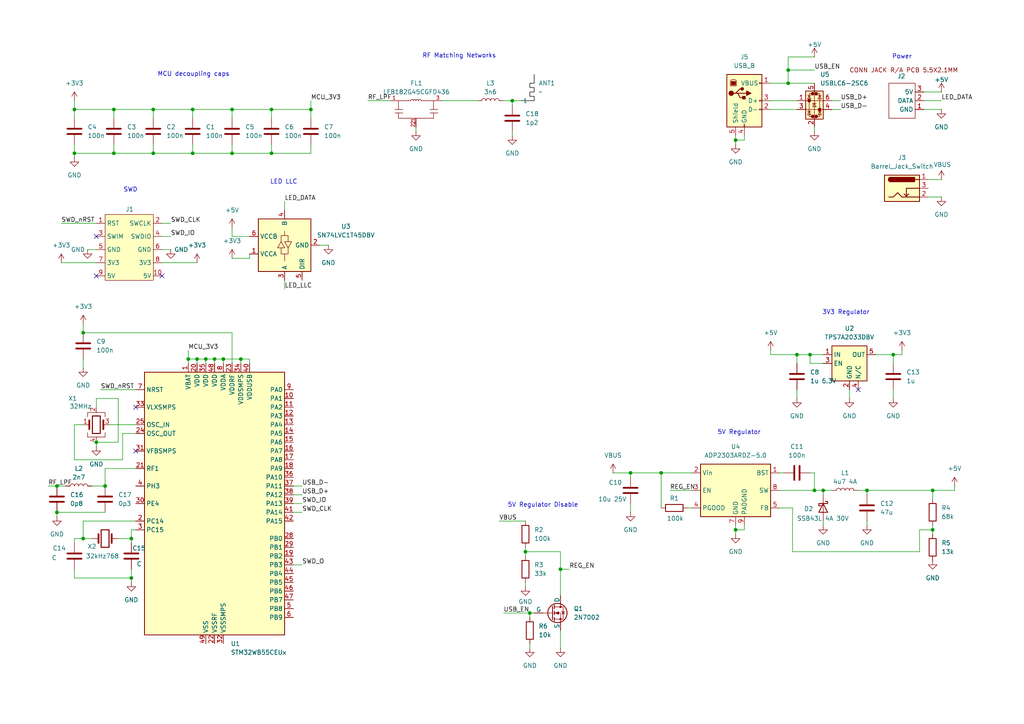
<source format=kicad_sch>
(kicad_sch (version 20250114) (generator "eeschema") (generator_version "9.0")
  (paper "A4")
  (lib_symbols
    (symbol "Connector:Barrel_Jack_Switch" (pin_names (hide yes))
      (property "Reference" "J" (at 0 5.334 0))
      (property "Value" "Barrel_Jack_Switch" (at 0 -5.08 0))
      (symbol "Barrel_Jack_Switch_1_1"
        (pin passive line (at 7.62 2.54 180) (length 2.54) (name "~") (number "1"))
        (pin passive line (at 7.62 0 180) (length 2.54) (name "~") (number "3"))
        (pin passive line (at 7.62 -2.54 180) (length 2.54) (name "~") (number "2"))
      )
    )
    (symbol "Connector:USB_B" (pin_names (offset 1.016))
      (property "Reference" "J" (at -5.08 11.43 0))
      (property "Value" "USB_B" (at -5.08 8.89 0))
      (symbol "USB_B_1_1"
        (pin passive line (at -2.54 -10.16 90) (length 2.54) (name "Shield") (number "5"))
        (pin power_out line (at 0 -10.16 90) (length 2.54) (name "GND") (number "4"))
        (pin power_out line (at 7.62 5.08 180) (length 2.54) (name "VBUS") (number "1"))
        (pin bidirectional line (at 7.62 0 180) (length 2.54) (name "D+") (number "3"))
        (pin bidirectional line (at 7.62 -2.54 180) (length 2.54) (name "D-") (number "2"))
      )
    )
    (symbol "Device:C" (pin_numbers (hide yes)) (pin_names (offset 0.254))
      (property "Reference" "C" (at 0.635 2.54 0))
      (property "Value" "C" (at 0.635 -2.54 0))
      (symbol "C_1_1"
        (pin passive line (at 0 3.81 270) (length 2.794) (name "~") (number "1"))
        (pin passive line (at 0 -3.81 90) (length 2.794) (name "~") (number "2"))
      )
    )
    (symbol "Device:Crystal" (pin_numbers (hide yes)) (pin_names (offset 1.016) (hide yes))
      (property "Reference" "Y" (at 0 3.81 0))
      (property "Value" "Crystal" (at 0 -3.81 0))
      (symbol "Crystal_1_1"
        (pin passive line (at -3.81 0 0) (length 1.27) (name "1") (number "1"))
        (pin passive line (at 3.81 0 180) (length 1.27) (name "2") (number "2"))
      )
    )
    (symbol "Device:Crystal_GND24" (pin_names (offset 1.016) (hide yes))
      (property "Reference" "Y" (at 3.175 5.08 0))
      (property "Value" "Crystal_GND24" (at 3.175 3.175 0))
      (symbol "Crystal_GND24_1_1"
        (pin passive line (at -3.81 0 0) (length 1.27) (name "1") (number "1"))
        (pin passive line (at 0 5.08 270) (length 1.27) (name "2") (number "2"))
        (pin passive line (at 0 -5.08 90) (length 1.27) (name "4") (number "4"))
        (pin passive line (at 3.81 0 180) (length 1.27) (name "3") (number "3"))
      )
    )
    (symbol "Device:D_Schottky" (pin_numbers (hide yes)) (pin_names (offset 1.016) (hide yes))
      (property "Reference" "D" (at 0 2.54 0))
      (property "Value" "D_Schottky" (at 0 -2.54 0))
      (symbol "D_Schottky_1_1"
        (pin passive line (at -3.81 0 0) (length 2.54) (name "K") (number "1"))
        (pin passive line (at 3.81 0 180) (length 2.54) (name "A") (number "2"))
      )
    )
    (symbol "Device:L" (pin_numbers (hide yes)) (pin_names (offset 1.016) (hide yes))
      (property "Reference" "L" (at -1.27 0 90))
      (property "Value" "L" (at 1.905 0 90))
      (symbol "L_1_1"
        (pin passive line (at 0 3.81 270) (length 1.27) (name "1") (number "1"))
        (pin passive line (at 0 -3.81 90) (length 1.27) (name "2") (number "2"))
      )
    )
    (symbol "Device:R" (pin_numbers (hide yes)) (pin_names (offset 0))
      (property "Reference" "R" (at 2.032 0 90))
      (property "Value" "R" (at 0 0 90))
      (symbol "R_1_1"
        (pin passive line (at 0 3.81 270) (length 1.27) (name "~") (number "1"))
        (pin passive line (at 0 -3.81 90) (length 1.27) (name "~") (number "2"))
      )
    )
    (symbol "Logic_LevelTranslator:SN74LVC1T45DBV"
      (property "Reference" "U" (at -6.35 8.89 0))
      (property "Value" "SN74LVC1T45DBV" (at 3.81 8.89 0))
      (symbol "SN74LVC1T45DBV_1_1"
        (pin bidirectional line (at -10.16 0 0) (length 2.54) (name "A") (number "3"))
        (pin input line (at -10.16 -5.08 0) (length 2.54) (name "DIR") (number "5"))
        (pin power_in line (at -2.54 10.16 270) (length 2.54) (name "VCCA") (number "1"))
        (pin power_in line (at 0 -10.16 90) (length 2.54) (name "GND") (number "2"))
        (pin power_in line (at 2.54 10.16 270) (length 2.54) (name "VCCB") (number "6"))
        (pin bidirectional line (at 10.16 0 180) (length 2.54) (name "B") (number "4"))
      )
    )
    (symbol "MCU_ST_STM32WB:STM32WB55CEUx"
      (property "Reference" "U" (at -20.32 39.37 0))
      (property "Value" "STM32WB55CEUx" (at 12.7 39.37 0))
      (symbol "STM32WB55CEUx_1_1"
        (pin input line (at -22.86 33.02 0) (length 2.54) (name "NRST") (number "7"))
        (pin power_in line (at -22.86 27.94 0) (length 2.54) (name "VLXSMPS") (number "33"))
        (pin input line (at -22.86 22.86 0) (length 2.54) (name "OSC_IN") (number "25"))
        (pin input line (at -22.86 20.32 0) (length 2.54) (name "OSC_OUT") (number "24"))
        (pin input line (at -22.86 15.24 0) (length 2.54) (name "VFBSMPS") (number "31"))
        (pin bidirectional line (at -22.86 10.16 0) (length 2.54) (name "RF1") (number "21"))
        (pin bidirectional line (at -22.86 5.08 0) (length 2.54) (name "PH3") (number "4"))
        (pin bidirectional line (at -22.86 0 0) (length 2.54) (name "PE4") (number "30"))
        (pin bidirectional line (at -22.86 -5.08 0) (length 2.54) (name "PC14") (number "2"))
        (pin bidirectional line (at -22.86 -7.62 0) (length 2.54) (name "PC15") (number "3"))
        (pin no_connect line (at -20.32 -35.56 0) (length 2.54) (hide yes) (name "AT1") (number "27"))
        (pin no_connect line (at -20.32 -38.1 0) (length 2.54) (hide yes) (name "AT0") (number "26"))
        (pin power_in line (at -7.62 40.64 270) (length 2.54) (name "VBAT") (number "1"))
        (pin power_in line (at -5.08 40.64 270) (length 2.54) (name "VDD") (number "20"))
        (pin power_in line (at -2.54 40.64 270) (length 2.54) (name "VDD") (number "35"))
        (pin power_in line (at -2.54 -40.64 90) (length 2.54) (name "VSS") (number "49"))
        (pin power_in line (at 0 40.64 270) (length 2.54) (name "VDD") (number "48"))
        (pin power_in line (at 0 -40.64 90) (length 2.54) (name "VSSRF") (number "22"))
        (pin power_in line (at 2.54 40.64 270) (length 2.54) (name "VDDA") (number "8"))
        (pin power_in line (at 2.54 -40.64 90) (length 2.54) (name "VSSSMPS") (number "32"))
        (pin power_in line (at 5.08 40.64 270) (length 2.54) (name "VDDRF") (number "23"))
        (pin power_in line (at 7.62 40.64 270) (length 2.54) (name "VDDSMPS") (number "34"))
        (pin power_in line (at 10.16 40.64 270) (length 2.54) (name "VDDUSB") (number "40"))
        (pin bidirectional line (at 22.86 33.02 180) (length 2.54) (name "PA0") (number "9"))
        (pin bidirectional line (at 22.86 30.48 180) (length 2.54) (name "PA1") (number "10"))
        (pin bidirectional line (at 22.86 27.94 180) (length 2.54) (name "PA2") (number "11"))
        (pin bidirectional line (at 22.86 25.4 180) (length 2.54) (name "PA3") (number "12"))
        (pin bidirectional line (at 22.86 22.86 180) (length 2.54) (name "PA4") (number "13"))
        (pin bidirectional line (at 22.86 20.32 180) (length 2.54) (name "PA5") (number "14"))
        (pin bidirectional line (at 22.86 17.78 180) (length 2.54) (name "PA6") (number "15"))
        (pin bidirectional line (at 22.86 15.24 180) (length 2.54) (name "PA7") (number "16"))
        (pin bidirectional line (at 22.86 12.7 180) (length 2.54) (name "PA8") (number "17"))
        (pin bidirectional line (at 22.86 10.16 180) (length 2.54) (name "PA9") (number "18"))
        (pin bidirectional line (at 22.86 7.62 180) (length 2.54) (name "PA10") (number "36"))
        (pin bidirectional line (at 22.86 5.08 180) (length 2.54) (name "PA11") (number "37"))
        (pin bidirectional line (at 22.86 2.54 180) (length 2.54) (name "PA12") (number "38"))
        (pin bidirectional line (at 22.86 0 180) (length 2.54) (name "PA13") (number "39"))
        (pin bidirectional line (at 22.86 -2.54 180) (length 2.54) (name "PA14") (number "41"))
        (pin bidirectional line (at 22.86 -5.08 180) (length 2.54) (name "PA15") (number "42"))
        (pin bidirectional line (at 22.86 -10.16 180) (length 2.54) (name "PB0") (number "28"))
        (pin bidirectional line (at 22.86 -12.7 180) (length 2.54) (name "PB1") (number "29"))
        (pin bidirectional line (at 22.86 -15.24 180) (length 2.54) (name "PB2") (number "19"))
        (pin bidirectional line (at 22.86 -17.78 180) (length 2.54) (name "PB3") (number "43"))
        (pin bidirectional line (at 22.86 -20.32 180) (length 2.54) (name "PB4") (number "44"))
        (pin bidirectional line (at 22.86 -22.86 180) (length 2.54) (name "PB5") (number "45"))
        (pin bidirectional line (at 22.86 -25.4 180) (length 2.54) (name "PB6") (number "46"))
        (pin bidirectional line (at 22.86 -27.94 180) (length 2.54) (name "PB7") (number "47"))
        (pin bidirectional line (at 22.86 -30.48 180) (length 2.54) (name "PB8") (number "5"))
        (pin bidirectional line (at 22.86 -33.02 180) (length 2.54) (name "PB9") (number "6"))
      )
    )
    (symbol "Power_Protection:USBLC6-2SC6" (pin_names (hide yes))
      (property "Reference" "U" (at 0.635 5.715 0))
      (property "Value" "USBLC6-2SC6" (at 0.635 3.81 0))
      (symbol "USBLC6-2SC6_1_1"
        (pin passive line (at -5.08 0 0) (length 2.54) (name "I/O1") (number "1"))
        (pin passive line (at -5.08 -2.54 0) (length 2.54) (name "I/O2") (number "3"))
        (pin passive line (at 0 5.08 270) (length 2.54) (name "VBUS") (number "5"))
        (pin passive line (at 0 -7.62 90) (length 2.54) (name "GND") (number "2"))
        (pin passive line (at 5.08 0 180) (length 2.54) (name "I/O1") (number "6"))
        (pin passive line (at 5.08 -2.54 180) (length 2.54) (name "I/O2") (number "4"))
      )
    )
    (symbol "Regulator_Linear:TPS7A20xxxDQN"
      (property "Reference" "U2" (at 0 10.16 0))
      (property "Value" "TPS7A2033DQN" (at 0 7.62 0))
      (symbol "TPS7A20xxxDQN_0_1"
        (pin input line (at -7.62 0 0) (length 2.54) (name "EN") (number "3"))
        (pin power_in line (at 0 -7.62 90) (length 2.54) (name "GND") (number "2"))
      )
      (symbol "TPS7A20xxxDQN_1_1"
        (pin power_in line (at -7.62 2.54 0) (length 2.54) (name "IN") (number "1"))
        (pin passive line (at 2.54 -7.62 90) (length 2.54) (name "N/C") (number "4"))
        (pin power_out line (at 7.62 2.54 180) (length 2.54) (name "OUT") (number "5"))
      )
    )
    (symbol "Regulator_Switching:ADP2303ARDZ-5.0"
      (property "Reference" "U" (at -10.16 8.89 0))
      (property "Value" "ADP2303ARDZ-5.0" (at -3.81 8.89 0))
      (symbol "ADP2303ARDZ-5.0_1_1"
        (pin power_in line (at -12.7 5.08 0) (length 2.54) (name "Vin") (number "2"))
        (pin input line (at -12.7 0 0) (length 2.54) (name "EN") (number "3"))
        (pin output line (at -12.7 -5.08 0) (length 2.54) (name "PGOOD") (number "4"))
        (pin no_connect line (at -10.16 2.54 0) (length 2.54) (hide yes) (name "NC") (number "6"))
        (pin power_in line (at 0 -10.16 90) (length 2.54) (name "GND") (number "7"))
        (pin power_in line (at 2.54 -10.16 90) (length 2.54) (name "PADGND") (number "9"))
        (pin input line (at 12.7 5.08 180) (length 2.54) (name "BST") (number "1"))
        (pin power_out line (at 12.7 0 180) (length 2.54) (name "SW") (number "8"))
        (pin input line (at 12.7 -5.08 180) (length 2.54) (name "FB") (number "5"))
      )
    )
    (symbol "Simulation_SPICE:NMOS" (pin_numbers (hide yes)) (pin_names (offset 0))
      (property "Reference" "Q" (at 5.08 1.27 0))
      (property "Value" "NMOS" (at 5.08 -1.27 0))
      (symbol "NMOS_1_1"
        (pin input line (at -5.08 0 0) (length 2.54) (name "G") (number "2"))
        (pin passive line (at 2.54 5.08 270) (length 2.54) (name "D") (number "1"))
        (pin passive line (at 2.54 -5.08 90) (length 2.54) (name "S") (number "3"))
      )
    )
    (symbol "bbbled:ANTENNA"
      (property "Reference" "ANT" (at -1.778 0 0))
      (symbol "ANTENNA_1_0"
        (pin input line (at -2.54 -7.62 0) (length 0.0254) (name "1") (number ""))
      )
    )
    (symbol "bbbled:CONN"
      (property "Reference" "J" (at -3.048 1.016 0))
      (symbol "CONN_0_0"
        (pin passive line (at -10.16 -2.54 0) (length 2.54) (name "RST") (number "1"))
        (pin passive line (at -10.16 -6.35 0) (length 2.54) (name "SWIM") (number "3"))
        (pin passive line (at -10.16 -10.16 0) (length 2.54) (name "GND") (number "5"))
        (pin passive line (at -10.16 -13.97 0) (length 2.54) (name "3V3") (number "7"))
        (pin passive line (at -10.16 -17.78 0) (length 2.54) (name "5V") (number "9"))
        (pin passive line (at 8.89 -2.54 180) (length 2.54) (name "SWCLK") (number "2"))
        (pin passive line (at 8.89 -6.35 180) (length 2.54) (name "SWDIO") (number "4"))
        (pin passive line (at 8.89 -10.16 180) (length 2.54) (name "GND") (number "6"))
        (pin passive line (at 8.89 -13.97 180) (length 2.54) (name "3V3") (number "8"))
        (pin passive line (at 8.89 -17.78 180) (length 2.54) (name "5V") (number "10"))
      )
    )
    (symbol "bbbled:LED_PLUG"
      (property "Reference" "J" (at 3.302 1.27 0))
      (symbol "LED_PLUG_0_0"
        (pin passive line (at -2.54 -2.54 0) (length 2.54) (name "5V") (number "3"))
        (pin passive line (at -2.54 -5.08 0) (length 2.54) (name "DATA") (number "2"))
        (pin passive line (at -2.54 -7.62 0) (length 2.54) (name "GND") (number "1"))
      )
      (symbol "LED_PLUG_1_1"
        (text "CONN JACK R/A PCB 5.5X2.1MM" (at 3.302 3.81 0) (effects (font (size 1.27 1.27))))
      )
    )
    (symbol "bbbled:LFB182G45CGFD436" (pin_names (offset 1.016))
      (property "Reference" "FL" (at -5.08 5.08 0))
      (property "Value" "LFB182G45CGFD436" (at -5.08 -10.16 0))
      (symbol "LFB182G45CGFD436_0_0"
        (pin input line (at -7.62 2.54 0) (length 2.54) (name "~") (number "1"))
        (pin power_in line (at 0 -5.08 90) (length 2.54) (name "~") (number "2"))
        (pin power_in line (at 0 -5.08 90) (length 2.54) (name "~") (number "2_1"))
        (pin output line (at 7.62 2.54 180) (length 2.54) (name "~") (number "3"))
      )
    )
    (symbol "power:+3V3" (power) (pin_numbers (hide yes)) (pin_names (offset 0) (hide yes))
      (property "Value" "+3V3" (at 0 3.556 0))
      (symbol "+3V3_1_1"
        (pin power_in line (at 0 0 90) (length 0) (name "~") (number "1"))
      )
    )
    (symbol "power:+5V" (power) (pin_numbers (hide yes)) (pin_names (offset 0) (hide yes))
      (property "Value" "+5V" (at 0 3.556 0))
      (symbol "+5V_1_1"
        (pin power_in line (at 0 0 90) (length 0) (name "~") (number "1"))
      )
    )
    (symbol "power:GND" (power) (pin_numbers (hide yes)) (pin_names (offset 0) (hide yes))
      (property "Value" "GND" (at 0 -3.81 0))
      (symbol "GND_1_1"
        (pin power_in line (at 0 0 270) (length 0) (name "~") (number "1"))
      )
    )
    (symbol "power:VBUS" (power) (pin_numbers (hide yes)) (pin_names (offset 0) (hide yes))
      (property "Value" "VBUS" (at 0 3.556 0))
      (symbol "VBUS_1_1"
        (pin power_in line (at 0 0 90) (length 0) (name "~") (number "1"))
      )
    )
  )
  (text "Power" (at 261.62 16.51 0) (effects (font (size 1.27 1.27))))
  (text "5V Regulator Disable" (at 157.48 146.558 0) (effects (font (size 1.27 1.27))))
  (text "LED LLC" (at 82.296 52.832 0) (effects (font (size 1.27 1.27))))
  (text "RF Matching Networks	" (at 137.668 16.256 0) (effects (font (size 1.27 1.27))))
  (text "3V3 Regulator" (at 245.364 90.678 0) (effects (font (size 1.27 1.27))))
  (text "SWD" (at 37.846 55.118 0) (effects (font (size 1.27 1.27))))
  (text "5V Regulator" (at 214.376 125.476 0) (effects (font (size 1.27 1.27))))
  (text "MCU decoupling caps" (at 56.134 21.59 0) (effects (font (size 1.27 1.27))))
  (junction (at 78.74 31.75))
  (junction (at 213.36 40.64))
  (junction (at 27.94 128.27))
  (junction (at 213.36 153.67))
  (junction (at 30.48 140.97))
  (junction (at 234.95 102.87))
  (junction (at 191.77 137.16))
  (junction (at 57.15 104.14))
  (junction (at 231.14 102.87))
  (junction (at 148.59 29.21))
  (junction (at 33.02 44.45))
  (junction (at 67.31 44.45))
  (junction (at 16.51 140.97))
  (junction (at 44.45 31.75))
  (junction (at 238.76 142.24))
  (junction (at 21.59 44.45))
  (junction (at 33.02 31.75))
  (junction (at 55.88 31.75))
  (junction (at 21.59 31.75))
  (junction (at 236.22 142.24))
  (junction (at 270.51 142.24))
  (junction (at 182.88 137.16))
  (junction (at 228.6 20.32))
  (junction (at 259.08 102.87))
  (junction (at 54.61 104.14))
  (junction (at 38.1 167.64))
  (junction (at 44.45 44.45))
  (junction (at 228.6 24.13))
  (junction (at 24.13 156.21))
  (junction (at 152.4 160.02))
  (junction (at 55.88 44.45))
  (junction (at 59.69 104.14))
  (junction (at 38.1 156.21))
  (junction (at 162.56 165.1))
  (junction (at 64.77 104.14))
  (junction (at 69.85 104.14))
  (junction (at 16.51 148.59))
  (junction (at 62.23 104.14))
  (junction (at 78.74 44.45))
  (junction (at 270.51 153.67))
  (junction (at 90.17 31.75))
  (junction (at 24.13 96.52))
  (junction (at 67.31 31.75))
  (junction (at 251.46 142.24))
  (junction (at 153.67 177.8))
  (no_connect (at 248.92 113.03))
  (no_connect (at 39.37 118.11))
  (no_connect (at 27.94 80.01))
  (no_connect (at 39.37 130.81))
  (no_connect (at 46.99 80.01))
  (no_connect (at 27.94 68.58))
  (wire (pts (xy 85.09 143.51) (xy 87.63 143.51)))
  (wire (pts (xy 55.88 31.75) (xy 55.88 34.29)))
  (wire (pts (xy 215.9 152.4) (xy 215.9 153.67)))
  (wire (pts (xy 13.97 140.97) (xy 16.51 140.97)))
  (wire (pts (xy 234.95 102.87) (xy 231.14 102.87)))
  (wire (pts (xy 27.94 128.27) (xy 27.94 129.54)))
  (wire (pts (xy 54.61 105.41) (xy 54.61 104.14)))
  (wire (pts (xy 270.51 142.24) (xy 270.51 144.78)))
  (wire (pts (xy 90.17 31.75) (xy 90.17 34.29)))
  (wire (pts (xy 67.31 31.75) (xy 67.31 34.29)))
  (wire (pts (xy 267.97 31.75) (xy 273.05 31.75)))
  (wire (pts (xy 62.23 104.14) (xy 62.23 105.41)))
  (wire (pts (xy 17.78 76.2) (xy 27.94 76.2)))
  (wire (pts (xy 82.55 58.42) (xy 82.55 60.96)))
  (wire (pts (xy 223.52 31.75) (xy 231.14 31.75)))
  (wire (pts (xy 33.02 44.45) (xy 44.45 44.45)))
  (wire (pts (xy 59.69 104.14) (xy 59.69 105.41)))
  (wire (pts (xy 241.3 31.75) (xy 243.84 31.75)))
  (wire (pts (xy 228.6 20.32) (xy 228.6 16.51)))
  (wire (pts (xy 120.65 36.83) (xy 120.65 38.1)))
  (wire (pts (xy 191.77 137.16) (xy 191.77 147.32)))
  (wire (pts (xy 78.74 31.75) (xy 90.17 31.75)))
  (wire (pts (xy 67.31 44.45) (xy 78.74 44.45)))
  (wire (pts (xy 254 102.87) (xy 259.08 102.87)))
  (wire (pts (xy 215.9 40.64) (xy 213.36 40.64)))
  (wire (pts (xy 270.51 142.24) (xy 276.86 142.24)))
  (wire (pts (xy 24.13 156.21) (xy 24.13 151.13)))
  (wire (pts (xy 259.08 113.03) (xy 259.08 115.57)))
  (wire (pts (xy 269.24 57.15) (xy 273.05 57.15)))
  (wire (pts (xy 78.74 31.75) (xy 67.31 31.75)))
  (wire (pts (xy 267.97 26.67) (xy 273.05 26.67)))
  (wire (pts (xy 21.59 44.45) (xy 33.02 44.45)))
  (wire (pts (xy 259.08 102.87) (xy 261.62 102.87)))
  (wire (pts (xy 34.29 115.57) (xy 34.29 128.27)))
  (wire (pts (xy 152.4 160.02) (xy 152.4 161.29)))
  (wire (pts (xy 228.6 24.13) (xy 228.6 20.32)))
  (wire (pts (xy 85.09 148.59) (xy 87.63 148.59)))
  (wire (pts (xy 238.76 142.24) (xy 241.3 142.24)))
  (wire (pts (xy 270.51 152.4) (xy 270.51 153.67)))
  (wire (pts (xy 46.99 68.58) (xy 49.53 68.58)))
  (wire (pts (xy 26.67 140.97) (xy 30.48 140.97)))
  (wire (pts (xy 55.88 44.45) (xy 67.31 44.45)))
  (wire (pts (xy 200.66 147.32) (xy 199.39 147.32)))
  (wire (pts (xy 35.56 133.35) (xy 35.56 125.73)))
  (wire (pts (xy 270.51 153.67) (xy 266.7 153.67)))
  (wire (pts (xy 152.4 168.91) (xy 152.4 170.18)))
  (wire (pts (xy 16.51 148.59) (xy 30.48 148.59)))
  (wire (pts (xy 57.15 104.14) (xy 59.69 104.14)))
  (wire (pts (xy 194.31 142.24) (xy 200.66 142.24)))
  (wire (pts (xy 62.23 104.14) (xy 64.77 104.14)))
  (wire (pts (xy 21.59 167.64) (xy 38.1 167.64)))
  (wire (pts (xy 33.02 41.91) (xy 33.02 44.45)))
  (wire (pts (xy 276.86 140.97) (xy 276.86 142.24)))
  (wire (pts (xy 191.77 137.16) (xy 200.66 137.16)))
  (wire (pts (xy 153.67 186.69) (xy 153.67 187.96)))
  (wire (pts (xy 24.13 96.52) (xy 67.31 96.52)))
  (wire (pts (xy 162.56 160.02) (xy 162.56 165.1)))
  (wire (pts (xy 234.95 105.41) (xy 234.95 102.87)))
  (wire (pts (xy 34.29 156.21) (xy 38.1 156.21)))
  (wire (pts (xy 21.59 133.35) (xy 35.56 133.35)))
  (wire (pts (xy 67.31 105.41) (xy 67.31 96.52)))
  (wire (pts (xy 46.99 64.77) (xy 49.53 64.77)))
  (wire (pts (xy 17.78 64.77) (xy 27.94 64.77)))
  (wire (pts (xy 266.7 153.67) (xy 266.7 160.02)))
  (wire (pts (xy 54.61 104.14) (xy 57.15 104.14)))
  (wire (pts (xy 69.85 104.14) (xy 69.85 105.41)))
  (wire (pts (xy 24.13 123.19) (xy 21.59 123.19)))
  (wire (pts (xy 39.37 153.67) (xy 38.1 153.67)))
  (wire (pts (xy 266.7 160.02) (xy 229.87 160.02)))
  (wire (pts (xy 236.22 137.16) (xy 236.22 142.24)))
  (wire (pts (xy 231.14 102.87) (xy 223.52 102.87)))
  (wire (pts (xy 38.1 153.67) (xy 38.1 156.21)))
  (wire (pts (xy 16.51 140.97) (xy 19.05 140.97)))
  (wire (pts (xy 238.76 142.24) (xy 238.76 143.51)))
  (wire (pts (xy 38.1 167.64) (xy 38.1 168.91)))
  (wire (pts (xy 251.46 142.24) (xy 251.46 143.51)))
  (wire (pts (xy 24.13 151.13) (xy 39.37 151.13)))
  (wire (pts (xy 213.36 153.67) (xy 215.9 153.67)))
  (wire (pts (xy 238.76 151.13) (xy 238.76 152.4)))
  (wire (pts (xy 21.59 123.19) (xy 21.59 133.35)))
  (wire (pts (xy 27.94 118.11) (xy 27.94 115.57)))
  (wire (pts (xy 64.77 104.14) (xy 69.85 104.14)))
  (wire (pts (xy 236.22 142.24) (xy 238.76 142.24)))
  (wire (pts (xy 148.59 30.48) (xy 148.59 29.21)))
  (wire (pts (xy 24.13 156.21) (xy 26.67 156.21)))
  (wire (pts (xy 57.15 104.14) (xy 57.15 105.41)))
  (wire (pts (xy 146.05 29.21) (xy 148.59 29.21)))
  (wire (pts (xy 152.4 160.02) (xy 162.56 160.02)))
  (wire (pts (xy 226.06 137.16) (xy 227.33 137.16)))
  (wire (pts (xy 55.88 44.45) (xy 55.88 41.91)))
  (wire (pts (xy 82.55 81.28) (xy 82.55 83.82)))
  (wire (pts (xy 24.13 104.14) (xy 24.13 106.68)))
  (wire (pts (xy 144.78 151.13) (xy 152.4 151.13)))
  (wire (pts (xy 213.36 39.37) (xy 213.36 40.64)))
  (wire (pts (xy 148.59 38.1) (xy 148.59 39.37)))
  (wire (pts (xy 21.59 29.21) (xy 21.59 31.75)))
  (wire (pts (xy 246.38 113.03) (xy 246.38 115.57)))
  (wire (pts (xy 64.77 104.14) (xy 64.77 105.41)))
  (wire (pts (xy 44.45 31.75) (xy 33.02 31.75)))
  (wire (pts (xy 251.46 142.24) (xy 270.51 142.24)))
  (wire (pts (xy 25.4 72.39) (xy 27.94 72.39)))
  (wire (pts (xy 72.39 73.66) (xy 72.39 74.93)))
  (wire (pts (xy 162.56 165.1) (xy 162.56 172.72)))
  (wire (pts (xy 38.1 156.21) (xy 38.1 157.48)))
  (wire (pts (xy 90.17 44.45) (xy 78.74 44.45)))
  (wire (pts (xy 72.39 105.41) (xy 72.39 104.14)))
  (wire (pts (xy 78.74 44.45) (xy 78.74 41.91)))
  (wire (pts (xy 236.22 36.83) (xy 236.22 38.1)))
  (wire (pts (xy 267.97 29.21) (xy 273.05 29.21)))
  (wire (pts (xy 21.59 156.21) (xy 21.59 157.48)))
  (wire (pts (xy 44.45 44.45) (xy 55.88 44.45)))
  (wire (pts (xy 54.61 101.6) (xy 54.61 104.14)))
  (wire (pts (xy 34.29 128.27) (xy 27.94 128.27)))
  (wire (pts (xy 229.87 147.32) (xy 226.06 147.32)))
  (wire (pts (xy 67.31 74.93) (xy 72.39 74.93)))
  (wire (pts (xy 213.36 152.4) (xy 213.36 153.67)))
  (wire (pts (xy 182.88 137.16) (xy 191.77 137.16)))
  (wire (pts (xy 59.69 104.14) (xy 62.23 104.14)))
  (wire (pts (xy 72.39 68.58) (xy 67.31 68.58)))
  (wire (pts (xy 21.59 156.21) (xy 24.13 156.21)))
  (wire (pts (xy 21.59 44.45) (xy 21.59 45.72)))
  (wire (pts (xy 16.51 148.59) (xy 16.51 149.86)))
  (wire (pts (xy 228.6 24.13) (xy 236.22 24.13)))
  (wire (pts (xy 44.45 31.75) (xy 44.45 34.29)))
  (wire (pts (xy 21.59 165.1) (xy 21.59 167.64)))
  (wire (pts (xy 269.24 52.07) (xy 273.05 52.07)))
  (wire (pts (xy 182.88 146.05) (xy 182.88 148.59)))
  (wire (pts (xy 238.76 102.87) (xy 234.95 102.87)))
  (wire (pts (xy 85.09 140.97) (xy 87.63 140.97)))
  (wire (pts (xy 215.9 39.37) (xy 215.9 40.64)))
  (wire (pts (xy 152.4 158.75) (xy 152.4 160.02)))
  (wire (pts (xy 223.52 102.87) (xy 223.52 101.6)))
  (wire (pts (xy 162.56 165.1) (xy 165.1 165.1)))
  (wire (pts (xy 241.3 29.21) (xy 243.84 29.21)))
  (wire (pts (xy 78.74 31.75) (xy 78.74 34.29)))
  (wire (pts (xy 128.27 29.21) (xy 138.43 29.21)))
  (wire (pts (xy 177.8 137.16) (xy 182.88 137.16)))
  (wire (pts (xy 270.51 153.67) (xy 270.51 154.94)))
  (wire (pts (xy 148.59 29.21) (xy 151.13 29.21)))
  (wire (pts (xy 46.99 76.2) (xy 57.15 76.2)))
  (wire (pts (xy 39.37 135.89) (xy 30.48 135.89)))
  (wire (pts (xy 85.09 163.83) (xy 87.63 163.83)))
  (wire (pts (xy 29.21 113.03) (xy 39.37 113.03)))
  (wire (pts (xy 153.67 177.8) (xy 153.67 179.07)))
  (wire (pts (xy 90.17 41.91) (xy 90.17 44.45)))
  (wire (pts (xy 27.94 115.57) (xy 34.29 115.57)))
  (wire (pts (xy 67.31 44.45) (xy 67.31 41.91)))
  (wire (pts (xy 228.6 20.32) (xy 236.22 20.32)))
  (wire (pts (xy 229.87 160.02) (xy 229.87 147.32)))
  (wire (pts (xy 38.1 167.64) (xy 38.1 165.1)))
  (wire (pts (xy 106.68 29.21) (xy 113.03 29.21)))
  (wire (pts (xy 213.36 40.64) (xy 213.36 41.91)))
  (wire (pts (xy 67.31 31.75) (xy 55.88 31.75)))
  (wire (pts (xy 67.31 68.58) (xy 67.31 66.04)))
  (wire (pts (xy 35.56 125.73) (xy 39.37 125.73)))
  (wire (pts (xy 90.17 29.21) (xy 90.17 31.75)))
  (wire (pts (xy 213.36 153.67) (xy 213.36 154.94)))
  (wire (pts (xy 238.76 105.41) (xy 234.95 105.41)))
  (wire (pts (xy 248.92 142.24) (xy 251.46 142.24)))
  (wire (pts (xy 55.88 31.75) (xy 44.45 31.75)))
  (wire (pts (xy 24.13 93.98) (xy 24.13 96.52)))
  (wire (pts (xy 226.06 142.24) (xy 236.22 142.24)))
  (wire (pts (xy 21.59 31.75) (xy 21.59 34.29)))
  (wire (pts (xy 223.52 29.21) (xy 231.14 29.21)))
  (wire (pts (xy 259.08 102.87) (xy 259.08 105.41)))
  (wire (pts (xy 46.99 72.39) (xy 49.53 72.39)))
  (wire (pts (xy 31.75 123.19) (xy 39.37 123.19)))
  (wire (pts (xy 69.85 104.14) (xy 72.39 104.14)))
  (wire (pts (xy 228.6 16.51) (xy 236.22 16.51)))
  (wire (pts (xy 146.05 177.8) (xy 153.67 177.8)))
  (wire (pts (xy 223.52 24.13) (xy 228.6 24.13)))
  (wire (pts (xy 162.56 182.88) (xy 162.56 187.96)))
  (wire (pts (xy 231.14 102.87) (xy 231.14 105.41)))
  (wire (pts (xy 33.02 31.75) (xy 21.59 31.75)))
  (wire (pts (xy 44.45 44.45) (xy 44.45 41.91)))
  (wire (pts (xy 92.71 71.12) (xy 95.25 71.12)))
  (wire (pts (xy 231.14 113.03) (xy 231.14 115.57)))
  (wire (pts (xy 251.46 151.13) (xy 251.46 152.4)))
  (wire (pts (xy 85.09 146.05) (xy 87.63 146.05)))
  (wire (pts (xy 30.48 135.89) (xy 30.48 140.97)))
  (wire (pts (xy 182.88 137.16) (xy 182.88 138.43)))
  (wire (pts (xy 154.94 177.8) (xy 153.67 177.8)))
  (wire (pts (xy 261.62 102.87) (xy 261.62 101.6)))
  (wire (pts (xy 33.02 31.75) (xy 33.02 34.29)))
  (wire (pts (xy 234.95 137.16) (xy 236.22 137.16)))
  (wire (pts (xy 21.59 41.91) (xy 21.59 44.45)))
  (label "SWD_IO" (at 87.63 146.05 0))
  (label "USB_D-" (at 87.63 140.97 0))
  (label "USB_D+" (at 87.63 143.51 0))
  (label "SWD_CLK" (at 87.63 148.59 0))
  (label "VBUS" (at 144.78 151.13 0))
  (label "MCU_3V3" (at 54.61 101.6 0))
  (label "USB_D-" (at 243.84 31.75 0))
  (label "SWD_nRST" (at 17.78 64.77 0))
  (label "SWD_O" (at 87.63 163.83 0))
  (label "RF_LPF" (at 13.97 140.97 0))
  (label "SWD_nRST" (at 29.21 113.03 0))
  (label "SWD_IO" (at 49.53 68.58 0))
  (label "LED_DATA" (at 273.05 29.21 0))
  (label "REG_EN" (at 194.31 142.24 0))
  (label "LED_LLC" (at 82.55 83.82 0))
  (label "REG_EN" (at 165.1 165.1 0))
  (label "LED_DATA" (at 82.55 58.42 0))
  (label "RF_LPF" (at 106.68 29.21 0))
  (label "SWD_CLK" (at 49.53 64.77 0))
  (label "USB_D+" (at 243.84 29.21 0))
  (label "USB_EN" (at 146.05 177.8 0))
  (label "USB_EN" (at 236.22 20.32 0))
  (label "MCU_3V3" (at 90.17 29.21 0))
  (symbol (lib_id "Device:C") (at 38.1 161.29 0) (unit 1)
    (property "Reference" "C15" (at 38.354 159.004 0) (effects (justify left)))
    (property "Value" "C" (at 39.624 163.576 0) (effects (justify left)))
    (property "Description" "Unpolarized capacitor" (effects (hide yes)))
  )
  (symbol (lib_id "Device:R") (at 195.58 147.32 270) (unit 1)
    (property "Reference" "R1" (at 195.58 144.526 90))
    (property "Value" "100k" (at 195.834 150.368 90))
    (property "Description" "Resistor" (effects (hide yes)))
  )
  (symbol (lib_id "power:GND") (at 148.59 39.37 0) (unit 1)
    (property "Reference" "#PWR028" (effects (hide yes)))
    (property "Value" "GND" (at 148.59 44.45 0))
    (property "Description" "Power symbol creates a global label with name \"GND\" , ground" (effects (hide yes)))
  )
  (symbol (lib_id "Device:C") (at 55.88 38.1 0) (unit 1)
    (property "Reference" "C1" (at 59.69 36.8299 0) (effects (justify left)))
    (property "Value" "100n" (at 59.69 39.3699 0) (effects (justify left)))
    (property "Description" "Unpolarized capacitor" (effects (hide yes)))
  )
  (symbol (lib_id "power:+5V") (at 223.52 101.6 0) (unit 1)
    (property "Reference" "#PWR03" (effects (hide yes)))
    (property "Value" "+5V" (at 223.52 96.52 0))
    (property "Description" "Power symbol creates a global label with name \"+5V\"" (effects (hide yes)))
  )
  (symbol (lib_id "Simulation_SPICE:NMOS") (at 160.02 177.8 0) (unit 1)
    (property "Reference" "Q1" (at 166.37 176.5299 0) (effects (justify left)))
    (property "Value" "2N7002" (at 166.37 179.0699 0) (effects (justify left)))
    (property "Datasheet" "https://ngspice.sourceforge.io/docs/ngspice-html-manual/manual.xhtml#cha_MOSFETs" (effects (hide yes)))
    (property "Description" "N-MOSFET transistor, drain/source/gate" (effects (hide yes)))
    (property "Sim.Device" "NMOS" (effects (hide yes)))
    (property "Sim.Type" "VDMOS" (effects (hide yes)))
    (property "Sim.Pins" "1=D 2=G 3=S" (effects (hide yes)))
  )
  (symbol (lib_id "Power_Protection:USBLC6-2SC6") (at 236.22 29.21 0) (unit 1)
    (property "Reference" "U5" (at 237.8711 21.59 0) (effects (justify left)))
    (property "Value" "USBLC6-2SC6" (at 237.8711 24.13 0) (effects (justify left)))
    (property "Footprint" "Package_TO_SOT_SMD:SOT-23-6" (effects (hide yes)))
    (property "Datasheet" "https://www.st.com/resource/en/datasheet/usblc6-2.pdf" (effects (hide yes)))
    (property "Description" "Very low capacitance ESD protection diode, 2 data-line, SOT-23-6" (effects (hide yes)))
  )
  (symbol (lib_id "power:GND") (at 238.76 152.4 0) (unit 1)
    (property "Reference" "#PWR010" (effects (hide yes)))
    (property "Value" "GND" (at 238.76 157.48 0))
    (property "Description" "Power symbol creates a global label with name \"GND\" , ground" (effects (hide yes)))
  )
  (symbol (lib_id "MCU_ST_STM32WB:STM32WB55CEUx") (at 62.23 146.05 0) (unit 1)
    (property "Reference" "U1" (at 66.9133 186.69 0) (effects (justify left)))
    (property "Value" "STM32WB55CEUx" (at 66.9133 189.23 0) (effects (justify left)))
    (property "Footprint" "Package_DFN_QFN:QFN-48-1EP_7x7mm_P0.5mm_EP5.6x5.6mm" (effects (hide yes)))
    (property "Datasheet" "https://www.st.com/resource/en/datasheet/stm32wb55ce.pdf" (effects (hide yes)))
    (property "Description" "STMicroelectronics Arm Cortex-M4 MCU, 512KB flash, 256KB RAM, 64 MHz, 1.71-3.6V, 30 GPIO, UFQFPN48" (effects (hide yes)))
  )
  (symbol (lib_id "power:+3V3") (at 24.13 93.98 0) (unit 1)
    (property "Reference" "#PWR05" (effects (hide yes)))
    (property "Value" "+3V3" (at 24.13 88.9 0))
    (property "Description" "Power symbol creates a global label with name \"+3V3\"" (effects (hide yes)))
  )
  (symbol (lib_id "power:GND") (at 24.13 106.68 0) (unit 1)
    (property "Reference" "#PWR06" (effects (hide yes)))
    (property "Value" "GND" (at 24.13 111.76 0))
    (property "Description" "Power symbol creates a global label with name \"GND\" , ground" (effects (hide yes)))
  )
  (symbol (lib_id "power:+5V") (at 276.86 140.97 0) (unit 1)
    (property "Reference" "#PWR013" (effects (hide yes)))
    (property "Value" "+5V" (at 276.86 135.89 0))
    (property "Description" "Power symbol creates a global label with name \"+5V\"" (effects (hide yes)))
  )
  (symbol (lib_id "Device:L") (at 22.86 140.97 90) (unit 1)
    (property "Reference" "L2" (at 22.86 135.89 90))
    (property "Value" "2n7" (at 22.86 138.43 90))
    (property "Description" "Inductor" (effects (hide yes)))
  )
  (symbol (lib_id "Device:C") (at 44.45 38.1 0) (unit 1)
    (property "Reference" "C2" (at 48.26 36.8299 0) (effects (justify left)))
    (property "Value" "100n" (at 48.26 39.3699 0) (effects (justify left)))
    (property "Description" "Unpolarized capacitor" (effects (hide yes)))
  )
  (symbol (lib_id "Device:L") (at 245.11 142.24 90) (unit 1)
    (property "Reference" "L1" (at 245.11 137.16 90))
    (property "Value" "4u7 4A" (at 245.11 139.7 90))
    (property "Description" "Inductor" (effects (hide yes)))
  )
  (symbol (lib_id "power:GND") (at 162.56 187.96 0) (unit 1)
    (property "Reference" "#PWR012" (effects (hide yes)))
    (property "Value" "GND" (at 162.56 193.04 0))
    (property "Description" "Power symbol creates a global label with name \"GND\" , ground" (effects (hide yes)))
  )
  (symbol (lib_id "Device:C") (at 78.74 38.1 0) (unit 1)
    (property "Reference" "C6" (at 82.55 36.8299 0) (effects (justify left)))
    (property "Value" "100n" (at 82.55 39.3699 0) (effects (justify left)))
    (property "Description" "Unpolarized capacitor" (effects (hide yes)))
  )
  (symbol (lib_id "power:GND") (at 259.08 115.57 0) (unit 1)
    (property "Reference" "#PWR016" (effects (hide yes)))
    (property "Value" "GND" (at 259.08 120.65 0))
    (property "Description" "Power symbol creates a global label with name \"GND\" , ground" (effects (hide yes)))
  )
  (symbol (lib_id "Device:C") (at 182.88 142.24 180) (unit 1)
    (property "Reference" "C10" (at 176.53 139.954 0) (effects (justify right)))
    (property "Value" "10u 25V" (at 173.482 144.78 0) (effects (justify right)))
    (property "Description" "Unpolarized capacitor" (effects (hide yes)))
  )
  (symbol (lib_id "power:VBUS") (at 273.05 52.07 0) (unit 1)
    (property "Reference" "#PWR032" (effects (hide yes)))
    (property "Value" "VBUS" (at 273.304 47.752 0))
    (property "Description" "Power symbol creates a global label with name \"VBUS\"" (effects (hide yes)))
  )
  (symbol (lib_id "power:GND") (at 270.51 162.56 0) (unit 1)
    (property "Reference" "#PWR014" (effects (hide yes)))
    (property "Value" "GND" (at 270.51 167.64 0))
    (property "Description" "Power symbol creates a global label with name \"GND\" , ground" (effects (hide yes)))
  )
  (symbol (lib_id "power:GND") (at 25.4 72.39 0) (unit 1)
    (property "Reference" "#PWR022" (effects (hide yes)))
    (property "Value" "GND" (at 22.606 72.39 0))
    (property "Description" "Power symbol creates a global label with name \"GND\" , ground" (effects (hide yes)))
  )
  (symbol (lib_id "power:GND") (at 246.38 115.57 0) (unit 1)
    (property "Reference" "#PWR011" (effects (hide yes)))
    (property "Value" "GND" (at 246.38 120.65 0))
    (property "Description" "Power symbol creates a global label with name \"GND\" , ground" (effects (hide yes)))
  )
  (symbol (lib_id "Device:C") (at 231.14 137.16 270) (unit 1)
    (property "Reference" "C11" (at 231.14 129.54 90))
    (property "Value" "100n" (at 231.14 132.08 90))
    (property "Description" "Unpolarized capacitor" (effects (hide yes)))
  )
  (symbol (lib_id "Regulator_Linear:TPS7A20xxxDQN") (at 246.38 105.41 0) (unit 1)
    (property "Reference" "U2" (at 246.38 95.25 0))
    (property "Value" "TPS7A2033DBV" (at 246.38 97.79 0))
    (property "Footprint" "Package_TO_SOT_SMD:SOT-23-5" (effects (hide yes)))
    (property "Datasheet" "https://www.ti.com/lit/ds/symlink/tps7a20.pdf" (effects (hide yes)))
    (property "Description" "300 mA Low Dropout Voltage Regulator, Fixed Output, 1.6..6.0Vin, Low-Noise (7μV RMS), 6.5μA IQ LDO, X2SON-5" (effects (hide yes)))
  )
  (symbol (lib_id "power:+3V3") (at 57.15 76.2 0) (unit 1)
    (property "Reference" "#PWR024" (effects (hide yes)))
    (property "Value" "+3V3" (at 57.15 71.12 0))
    (property "Description" "Power symbol creates a global label with name \"+3V3\"" (effects (hide yes)))
  )
  (symbol (lib_id "Device:C") (at 251.46 147.32 0) (unit 1)
    (property "Reference" "C12" (at 255.27 146.0499 0) (effects (justify left)))
    (property "Value" "47u" (at 255.27 148.5899 0) (effects (justify left)))
    (property "Description" "Unpolarized capacitor" (effects (hide yes)))
  )
  (symbol (lib_id "power:GND") (at 251.46 152.4 0) (unit 1)
    (property "Reference" "#PWR09" (effects (hide yes)))
    (property "Value" "GND" (at 251.46 157.48 0))
    (property "Description" "Power symbol creates a global label with name \"GND\" , ground" (effects (hide yes)))
  )
  (symbol (lib_id "Device:C") (at 30.48 144.78 0) (unit 1)
    (property "Reference" "C17" (at 34.29 143.5099 0) (effects (justify left)))
    (property "Value" "0p3" (at 34.29 146.0499 0) (effects (justify left)))
    (property "Description" "Unpolarized capacitor" (effects (hide yes)))
  )
  (symbol (lib_id "Device:C") (at 21.59 38.1 0) (unit 1)
    (property "Reference" "C4" (at 25.4 36.8299 0) (effects (justify left)))
    (property "Value" "100n" (at 25.4 39.3699 0) (effects (justify left)))
    (property "Description" "Unpolarized capacitor" (effects (hide yes)))
  )
  (symbol (lib_id "bbbled:LFB182G45CGFD436") (at 120.65 31.75 0) (unit 1)
    (property "Reference" "FL1" (at 120.777 24.13 0))
    (property "Value" "LFB182G45CGFD436" (at 120.777 26.67 0))
    (property "Footprint" "LFB182G45CGFD436:FIL_LFB182G45CGFD436" (effects (hide yes)))
    (property "PARTREV" "N/A" (effects (hide yes)))
    (property "STANDARD" "Manufacturer Recommendations" (effects (hide yes)))
    (property "MAXIMUM_PACKAGE_HEIGHT" "0.65 mm" (effects (hide yes)))
    (property "MANUFACTURER" "Murata Electronics" (effects (hide yes)))
  )
  (symbol (lib_id "Device:R") (at 152.4 165.1 0) (unit 1)
    (property "Reference" "R3" (at 154.94 163.8299 0) (effects (justify left)))
    (property "Value" "33k" (at 154.94 166.3699 0) (effects (justify left)))
    (property "Description" "Resistor" (effects (hide yes)))
  )
  (symbol (lib_id "Device:C") (at 33.02 38.1 0) (unit 1)
    (property "Reference" "C3" (at 36.83 36.8299 0) (effects (justify left)))
    (property "Value" "100n" (at 36.83 39.3699 0) (effects (justify left)))
    (property "Description" "Unpolarized capacitor" (effects (hide yes)))
  )
  (symbol (lib_id "Device:D_Schottky") (at 238.76 147.32 270) (unit 1)
    (property "Reference" "D2" (at 233.172 147.574 90) (effects (justify left)))
    (property "Value" "SSB43L 4A 30V" (at 231.14 150.368 90) (effects (justify left)))
    (property "Description" "Schottky diode" (effects (hide yes)))
  )
  (symbol (lib_id "power:GND") (at 152.4 170.18 0) (unit 1)
    (property "Reference" "#PWR030" (effects (hide yes)))
    (property "Value" "GND" (at 152.4 174.498 0))
    (property "Description" "Power symbol creates a global label with name \"GND\" , ground" (effects (hide yes)))
  )
  (symbol (lib_id "Regulator_Switching:ADP2303ARDZ-5.0") (at 213.36 142.24 0) (unit 1)
    (property "Reference" "U4" (at 213.36 129.54 0))
    (property "Value" "ADP2303ARDZ-5.0" (at 213.36 132.08 0))
    (property "Footprint" "Package_SO:SOIC-8-1EP_3.9x4.9mm_P1.27mm_EP2.29x3mm" (effects (hide yes)))
    (property "Datasheet" "https://www.analog.com/media/en/technical-documentation/data-sheets/ADP2302_2303.pdf" (effects (hide yes)))
    (property "Description" "Nonsynchronous Step-Down Regulator 3 Amp Vout 5.0v SOIC-8" (effects (hide yes)))
  )
  (symbol (lib_id "power:GND") (at 236.22 38.1 0) (unit 1)
    (property "Reference" "#PWR036" (effects (hide yes)))
    (property "Value" "GND" (at 236.22 43.18 0))
    (property "Description" "Power symbol creates a global label with name \"GND\" , ground" (effects (hide yes)))
  )
  (symbol (lib_id "power:GND") (at 16.51 149.86 0) (unit 1)
    (property "Reference" "#PWR019" (effects (hide yes)))
    (property "Value" "GND" (at 16.51 154.94 0))
    (property "Description" "Power symbol creates a global label with name \"GND\" , ground" (effects (hide yes)))
  )
  (symbol (lib_id "power:GND") (at 213.36 154.94 0) (unit 1)
    (property "Reference" "#PWR08" (effects (hide yes)))
    (property "Value" "GND" (at 213.36 160.02 0))
    (property "Description" "Power symbol creates a global label with name \"GND\" , ground" (effects (hide yes)))
  )
  (symbol (lib_id "bbbled:LED_PLUG") (at 265.43 24.13 0) (mirror y) (unit 1)
    (property "Reference" "J2" (at 262.636 22.098 0) (effects (justify left)))
    (property "Value" "CONN JACK R/A PCB 5.5X2.1MM" (effects (hide yes)))
  )
  (symbol (lib_id "Device:C") (at 16.51 144.78 0) (unit 1)
    (property "Reference" "C16" (at 20.32 143.5099 0) (effects (justify left)))
    (property "Value" "0p8" (at 20.32 146.0499 0) (effects (justify left)))
    (property "Description" "Unpolarized capacitor" (effects (hide yes)))
  )
  (symbol (lib_id "Device:C") (at 148.59 34.29 0) (unit 1)
    (property "Reference" "C18" (at 152.4 33.0199 0) (effects (justify left)))
    (property "Value" "1p2" (at 152.4 35.5599 0) (effects (justify left)))
    (property "Description" "Unpolarized capacitor" (effects (hide yes)))
  )
  (symbol (lib_id "Device:C") (at 90.17 38.1 0) (unit 1)
    (property "Reference" "C7" (at 93.98 36.8299 0) (effects (justify left)))
    (property "Value" "100n" (at 93.98 39.3699 0) (effects (justify left)))
    (property "Description" "Unpolarized capacitor" (effects (hide yes)))
  )
  (symbol (lib_id "power:GND") (at 49.53 72.39 0) (unit 1)
    (property "Reference" "#PWR021" (effects (hide yes)))
    (property "Value" "GND" (at 52.578 72.39 0))
    (property "Description" "Power symbol creates a global label with name \"GND\" , ground" (effects (hide yes)))
  )
  (symbol (lib_id "Device:C") (at 259.08 109.22 180) (unit 1)
    (property "Reference" "C13" (at 262.89 107.9499 0) (effects (justify right)))
    (property "Value" "1u" (at 262.89 110.4899 0) (effects (justify right)))
    (property "Description" "Unpolarized capacitor" (effects (hide yes)))
  )
  (symbol (lib_id "Device:R") (at 270.51 158.75 180) (unit 1)
    (property "Reference" "R5" (at 273.05 157.4799 0) (effects (justify right)))
    (property "Value" "13k" (at 273.05 160.0199 0) (effects (justify right)))
    (property "Description" "Resistor" (effects (hide yes)))
  )
  (symbol (lib_id "power:+5V") (at 67.31 66.04 0) (unit 1)
    (property "Reference" "#PWR025" (effects (hide yes)))
    (property "Value" "+5V" (at 67.31 60.96 0))
    (property "Description" "Power symbol creates a global label with name \"+5V\"" (effects (hide yes)))
  )
  (symbol (lib_id "power:GND") (at 273.05 31.75 0) (unit 1)
    (property "Reference" "#PWR034" (effects (hide yes)))
    (property "Value" "GND" (at 273.05 36.83 0))
    (property "Description" "Power symbol creates a global label with name \"GND\" , ground" (effects (hide yes)))
  )
  (symbol (lib_id "Device:R") (at 270.51 148.59 180) (unit 1)
    (property "Reference" "R4" (at 273.05 147.3199 0) (effects (justify right)))
    (property "Value" "68k" (at 273.05 149.8599 0) (effects (justify right)))
    (property "Description" "Resistor" (effects (hide yes)))
  )
  (symbol (lib_id "Device:C") (at 24.13 100.33 0) (unit 1)
    (property "Reference" "C9" (at 27.94 99.0599 0) (effects (justify left)))
    (property "Value" "100n" (at 27.94 101.5999 0) (effects (justify left)))
    (property "Description" "Unpolarized capacitor" (effects (hide yes)))
  )
  (symbol (lib_id "Device:Crystal_GND24") (at 27.94 123.19 0) (unit 1)
    (property "Reference" "X1" (at 21.082 115.57 0))
    (property "Value" "32MHz" (at 23.368 117.856 0))
    (property "Description" "Four pin crystal, GND on pins 2 and 4" (effects (hide yes)))
  )
  (symbol (lib_id "power:GND") (at 120.65 38.1 0) (unit 1)
    (property "Reference" "#PWR020" (effects (hide yes)))
    (property "Value" "GND" (at 120.65 43.18 0))
    (property "Description" "Power symbol creates a global label with name \"GND\" , ground" (effects (hide yes)))
  )
  (symbol (lib_id "power:VBUS") (at 177.8 137.16 0) (unit 1)
    (property "Reference" "#PWR038" (effects (hide yes)))
    (property "Value" "VBUS" (at 177.8 132.08 0))
    (property "Description" "Power symbol creates a global label with name \"VBUS\"" (effects (hide yes)))
  )
  (symbol (lib_id "Device:R") (at 152.4 154.94 0) (unit 1)
    (property "Reference" "R2" (at 154.94 153.6699 0) (effects (justify left)))
    (property "Value" "100k" (at 154.94 156.2099 0) (effects (justify left)))
    (property "Description" "Resistor" (effects (hide yes)))
  )
  (symbol (lib_id "Device:C") (at 21.59 161.29 0) (unit 1)
    (property "Reference" "C14" (at 15.24 159.004 0) (effects (justify left)))
    (property "Value" "C" (at 14.986 161.798 0) (effects (justify left)))
    (property "Description" "Unpolarized capacitor" (effects (hide yes)))
  )
  (symbol (lib_id "power:+5V") (at 236.22 16.51 0) (unit 1)
    (property "Reference" "#PWR037" (effects (hide yes)))
    (property "Value" "+5V" (at 236.22 12.954 0))
    (property "Description" "Power symbol creates a global label with name \"+5V\"" (effects (hide yes)))
  )
  (symbol (lib_id "bbbled:ANTENNA") (at 153.67 21.59 0) (unit 1)
    (property "Reference" "ANT1" (at 156.21 24.1299 0) (effects (justify left)))
    (property "Value" "~" (at 156.21 26.6699 0) (effects (justify left)))
  )
  (symbol (lib_id "Connector:Barrel_Jack_Switch") (at 261.62 54.61 0) (unit 1)
    (property "Reference" "J3" (at 261.62 45.72 0))
    (property "Value" "Barrel_Jack_Switch" (at 261.62 48.26 0))
    (property "Description" "DC Barrel Jack with an internal switch" (effects (hide yes)))
  )
  (symbol (lib_id "power:GND") (at 273.05 57.15 0) (unit 1)
    (property "Reference" "#PWR031" (effects (hide yes)))
    (property "Value" "GND" (at 273.05 62.23 0))
    (property "Description" "Power symbol creates a global label with name \"GND\" , ground" (effects (hide yes)))
  )
  (symbol (lib_id "power:+3V3") (at 261.62 101.6 0) (unit 1)
    (property "Reference" "#PWR04" (effects (hide yes)))
    (property "Value" "+3V3" (at 261.62 96.52 0))
    (property "Description" "Power symbol creates a global label with name \"+3V3\"" (effects (hide yes)))
  )
  (symbol (lib_id "bbbled:CONN") (at 38.1 62.23 0) (unit 1)
    (property "Reference" "J1" (at 37.592 60.706 0))
  )
  (symbol (lib_id "power:GND") (at 27.94 129.54 0) (unit 1)
    (property "Reference" "#PWR018" (effects (hide yes)))
    (property "Value" "GND" (at 27.94 134.62 0))
    (property "Description" "Power symbol creates a global label with name \"GND\" , ground" (effects (hide yes)))
  )
  (symbol (lib_id "power:GND") (at 21.59 45.72 0) (unit 1)
    (property "Reference" "#PWR01" (effects (hide yes)))
    (property "Value" "GND" (at 21.59 50.8 0))
    (property "Description" "Power symbol creates a global label with name \"GND\" , ground" (effects (hide yes)))
  )
  (symbol (lib_id "power:GND") (at 153.67 187.96 0) (unit 1)
    (property "Reference" "#PWR029" (effects (hide yes)))
    (property "Value" "GND" (at 153.67 193.04 0))
    (property "Description" "Power symbol creates a global label with name \"GND\" , ground" (effects (hide yes)))
  )
  (symbol (lib_id "Device:R") (at 153.67 182.88 0) (unit 1)
    (property "Reference" "R6" (at 156.21 181.6099 0) (effects (justify left)))
    (property "Value" "10k" (at 156.21 184.1499 0) (effects (justify left)))
    (property "Description" "Resistor" (effects (hide yes)))
  )
  (symbol (lib_id "Device:Crystal") (at 30.48 156.21 0) (unit 1)
    (property "Reference" "X2" (at 26.67 158.496 0))
    (property "Value" "32kHz768" (at 29.718 161.29 0))
    (property "Description" "Two pin crystal" (effects (hide yes)))
  )
  (symbol (lib_id "power:GND") (at 95.25 71.12 0) (unit 1)
    (property "Reference" "#PWR027" (effects (hide yes)))
    (property "Value" "GND" (at 95.25 76.2 0))
    (property "Description" "Power symbol creates a global label with name \"GND\" , ground" (effects (hide yes)))
  )
  (symbol (lib_id "power:GND") (at 231.14 115.57 0) (unit 1)
    (property "Reference" "#PWR015" (effects (hide yes)))
    (property "Value" "GND" (at 231.14 120.65 0))
    (property "Description" "Power symbol creates a global label with name \"GND\" , ground" (effects (hide yes)))
  )
  (symbol (lib_id "power:GND") (at 38.1 168.91 0) (unit 1)
    (property "Reference" "#PWR017" (effects (hide yes)))
    (property "Value" "GND" (at 38.1 173.99 0))
    (property "Description" "Power symbol creates a global label with name \"GND\" , ground" (effects (hide yes)))
  )
  (symbol (lib_id "Logic_LevelTranslator:SN74LVC1T45DBV") (at 82.55 71.12 90) (unit 1)
    (property "Reference" "U3" (at 100.33 65.6746 90))
    (property "Value" "SN74LVC1T45DBV" (at 100.33 68.2146 90))
    (property "Footprint" "Package_TO_SOT_SMD:SOT-23-6" (effects (hide yes)))
    (property "Datasheet" "http://www.ti.com/lit/ds/symlink/sn74lvc1t45.pdf" (effects (hide yes)))
    (property "Description" "Single-Bit Dual-Supply Bus Transceiver With Configurable Voltage Translation and 3-State Outputs, SOT-23-6" (effects (hide yes)))
  )
  (symbol (lib_id "Device:C") (at 67.31 38.1 0) (unit 1)
    (property "Reference" "C5" (at 71.12 36.8299 0) (effects (justify left)))
    (property "Value" "100n" (at 71.12 39.3699 0) (effects (justify left)))
    (property "Description" "Unpolarized capacitor" (effects (hide yes)))
  )
  (symbol (lib_id "power:+5V") (at 273.05 26.67 0) (unit 1)
    (property "Reference" "#PWR033" (effects (hide yes)))
    (property "Value" "+5V" (at 273.05 23.114 0))
    (property "Description" "Power symbol creates a global label with name \"+5V\"" (effects (hide yes)))
  )
  (symbol (lib_id "Connector:USB_B") (at 215.9 29.21 0) (unit 1)
    (property "Reference" "J5" (at 215.9 16.51 0))
    (property "Value" "USB_B" (at 215.9 19.05 0))
    (property "Description" "USB Type B connector" (effects (hide yes)))
  )
  (symbol (lib_id "power:GND") (at 182.88 148.59 0) (unit 1)
    (property "Reference" "#PWR07" (effects (hide yes)))
    (property "Value" "GND" (at 182.88 153.67 0))
    (property "Description" "Power symbol creates a global label with name \"GND\" , ground" (effects (hide yes)))
  )
  (symbol (lib_id "power:+3V3") (at 67.31 74.93 0) (unit 1)
    (property "Reference" "#PWR026" (effects (hide yes)))
    (property "Value" "+3V3" (at 67.31 69.85 0))
    (property "Description" "Power symbol creates a global label with name \"+3V3\"" (effects (hide yes)))
  )
  (symbol (lib_id "Device:C") (at 231.14 109.22 180) (unit 1)
    (property "Reference" "C8" (at 234.95 107.9499 0) (effects (justify right)))
    (property "Value" "1u 6.3V" (at 234.95 110.4899 0) (effects (justify right)))
    (property "Description" "Unpolarized capacitor" (effects (hide yes)))
  )
  (symbol (lib_id "power:GND") (at 213.36 41.91 0) (unit 1)
    (property "Reference" "#PWR035" (effects (hide yes)))
    (property "Value" "GND" (at 213.36 46.99 0))
    (property "Description" "Power symbol creates a global label with name \"GND\" , ground" (effects (hide yes)))
  )
  (symbol (lib_id "Device:L") (at 142.24 29.21 90) (unit 1)
    (property "Reference" "L3" (at 142.24 24.13 90))
    (property "Value" "3n6" (at 142.24 26.67 90))
    (property "Description" "Inductor" (effects (hide yes)))
  )
  (symbol (lib_id "power:+3V3") (at 17.78 76.2 0) (unit 1)
    (property "Reference" "#PWR023" (effects (hide yes)))
    (property "Value" "+3V3" (at 17.78 71.12 0))
    (property "Description" "Power symbol creates a global label with name \"+3V3\"" (effects (hide yes)))
  )
  (symbol (lib_id "power:+3V3") (at 21.59 29.21 0) (unit 1)
    (property "Reference" "#PWR02" (effects (hide yes)))
    (property "Value" "+3V3" (at 21.59 24.13 0))
    (property "Description" "Power symbol creates a global label with name \"+3V3\"" (effects (hide yes)))
  )
)
</source>
